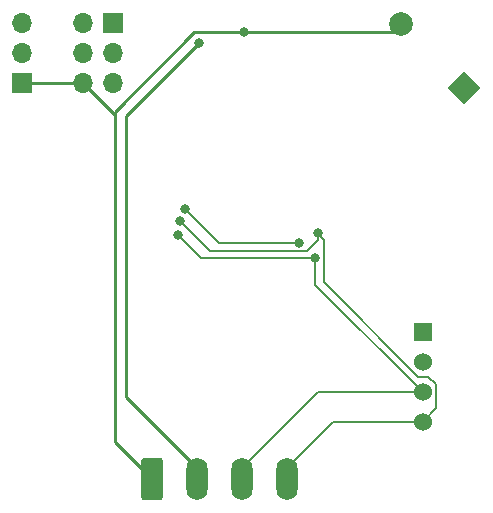
<source format=gbl>
G04 #@! TF.GenerationSoftware,KiCad,Pcbnew,(5.1.2-1)-1*
G04 #@! TF.CreationDate,2019-07-21T21:30:41+01:00*
G04 #@! TF.ProjectId,nfc_reader_module,6e66635f-7265-4616-9465-725f6d6f6475,rev?*
G04 #@! TF.SameCoordinates,Original*
G04 #@! TF.FileFunction,Copper,L2,Bot*
G04 #@! TF.FilePolarity,Positive*
%FSLAX46Y46*%
G04 Gerber Fmt 4.6, Leading zero omitted, Abs format (unit mm)*
G04 Created by KiCad (PCBNEW (5.1.2-1)-1) date 2019-07-21 21:30:41*
%MOMM*%
%LPD*%
G04 APERTURE LIST*
%ADD10O,1.800000X3.600000*%
%ADD11C,0.100000*%
%ADD12C,1.800000*%
%ADD13R,1.524000X1.524000*%
%ADD14C,1.524000*%
%ADD15C,2.000000*%
%ADD16O,1.700000X1.700000*%
%ADD17R,1.700000X1.700000*%
%ADD18C,0.800000*%
%ADD19C,0.250000*%
%ADD20C,0.150000*%
G04 APERTURE END LIST*
D10*
X149460000Y-108480000D03*
X145650000Y-108480000D03*
X141840000Y-108480000D03*
D11*
G36*
X138704504Y-106681204D02*
G01*
X138728773Y-106684804D01*
X138752571Y-106690765D01*
X138775671Y-106699030D01*
X138797849Y-106709520D01*
X138818893Y-106722133D01*
X138838598Y-106736747D01*
X138856777Y-106753223D01*
X138873253Y-106771402D01*
X138887867Y-106791107D01*
X138900480Y-106812151D01*
X138910970Y-106834329D01*
X138919235Y-106857429D01*
X138925196Y-106881227D01*
X138928796Y-106905496D01*
X138930000Y-106930000D01*
X138930000Y-110030000D01*
X138928796Y-110054504D01*
X138925196Y-110078773D01*
X138919235Y-110102571D01*
X138910970Y-110125671D01*
X138900480Y-110147849D01*
X138887867Y-110168893D01*
X138873253Y-110188598D01*
X138856777Y-110206777D01*
X138838598Y-110223253D01*
X138818893Y-110237867D01*
X138797849Y-110250480D01*
X138775671Y-110260970D01*
X138752571Y-110269235D01*
X138728773Y-110275196D01*
X138704504Y-110278796D01*
X138680000Y-110280000D01*
X137380000Y-110280000D01*
X137355496Y-110278796D01*
X137331227Y-110275196D01*
X137307429Y-110269235D01*
X137284329Y-110260970D01*
X137262151Y-110250480D01*
X137241107Y-110237867D01*
X137221402Y-110223253D01*
X137203223Y-110206777D01*
X137186747Y-110188598D01*
X137172133Y-110168893D01*
X137159520Y-110147849D01*
X137149030Y-110125671D01*
X137140765Y-110102571D01*
X137134804Y-110078773D01*
X137131204Y-110054504D01*
X137130000Y-110030000D01*
X137130000Y-106930000D01*
X137131204Y-106905496D01*
X137134804Y-106881227D01*
X137140765Y-106857429D01*
X137149030Y-106834329D01*
X137159520Y-106812151D01*
X137172133Y-106791107D01*
X137186747Y-106771402D01*
X137203223Y-106753223D01*
X137221402Y-106736747D01*
X137241107Y-106722133D01*
X137262151Y-106709520D01*
X137284329Y-106699030D01*
X137307429Y-106690765D01*
X137331227Y-106684804D01*
X137355496Y-106681204D01*
X137380000Y-106680000D01*
X138680000Y-106680000D01*
X138704504Y-106681204D01*
X138704504Y-106681204D01*
G37*
D12*
X138030000Y-108480000D03*
D13*
X160930000Y-96030000D03*
D14*
X160930000Y-98570000D03*
X160930000Y-101110000D03*
X160930000Y-103650000D03*
D15*
X159075988Y-69975988D03*
X164450000Y-75350000D03*
D11*
G36*
X165864214Y-75350000D02*
G01*
X164450000Y-76764214D01*
X163035786Y-75350000D01*
X164450000Y-73935786D01*
X165864214Y-75350000D01*
X165864214Y-75350000D01*
G37*
D16*
X127000000Y-69890000D03*
X127000000Y-72430000D03*
D17*
X127000000Y-74970000D03*
D16*
X132200000Y-74970000D03*
X134740000Y-74970000D03*
X132200000Y-72430000D03*
X134740000Y-72430000D03*
X132200000Y-69890000D03*
D17*
X134740000Y-69890000D03*
D18*
X145830000Y-70680000D03*
X142030000Y-71545010D03*
X140190000Y-87830000D03*
X151860000Y-89800000D03*
X140390000Y-86660000D03*
X152059800Y-87699800D03*
X140800000Y-85650000D03*
X150470000Y-88539998D03*
D19*
X128100000Y-74970000D02*
X132200000Y-74970000D01*
X127000000Y-74970000D02*
X128100000Y-74970000D01*
X134880000Y-77650000D02*
X132200000Y-74970000D01*
X134880000Y-77416998D02*
X141616998Y-70680000D01*
X141616998Y-70680000D02*
X145830000Y-70680000D01*
X134880000Y-77650000D02*
X134880000Y-77416998D01*
X158371976Y-70680000D02*
X159075988Y-69975988D01*
X145830000Y-70680000D02*
X158371976Y-70680000D01*
X134880000Y-105330000D02*
X138030000Y-108480000D01*
X134880000Y-77650000D02*
X134880000Y-105330000D01*
X142030000Y-71545010D02*
X135800000Y-77775010D01*
X141840000Y-107580000D02*
X141840000Y-108480000D01*
X135800000Y-101540000D02*
X141840000Y-107580000D01*
X135800000Y-77775010D02*
X135800000Y-101540000D01*
D20*
X142160000Y-89800000D02*
X151860000Y-89800000D01*
X140190000Y-87830000D02*
X142160000Y-89800000D01*
X151860000Y-92040000D02*
X160930000Y-101110000D01*
X151860000Y-89800000D02*
X151860000Y-92040000D01*
X152120000Y-101110000D02*
X145650000Y-107580000D01*
X145650000Y-107580000D02*
X145650000Y-108480000D01*
X160930000Y-101110000D02*
X152120000Y-101110000D01*
X151110286Y-89214999D02*
X152059800Y-88265485D01*
X152059800Y-88265485D02*
X152059800Y-87699800D01*
X140390000Y-86660000D02*
X142944999Y-89214999D01*
X161410000Y-99810000D02*
X160561238Y-99810000D01*
X162070000Y-100470000D02*
X161410000Y-99810000D01*
X160930000Y-103650000D02*
X162070000Y-102510000D01*
X142944999Y-89214999D02*
X151110286Y-89214999D01*
X162070000Y-102510000D02*
X162070000Y-100470000D01*
X152585001Y-88225001D02*
X152459799Y-88099799D01*
X152585001Y-91833763D02*
X152585001Y-88225001D01*
X152459799Y-88099799D02*
X152059800Y-87699800D01*
X160561238Y-99810000D02*
X152585001Y-91833763D01*
X149460000Y-107580000D02*
X149460000Y-108480000D01*
X153390000Y-103650000D02*
X149460000Y-107580000D01*
X160930000Y-103650000D02*
X153390000Y-103650000D01*
X140800000Y-85650000D02*
X143689998Y-88539998D01*
X143689998Y-88539998D02*
X149904315Y-88539998D01*
X149904315Y-88539998D02*
X150470000Y-88539998D01*
M02*

</source>
